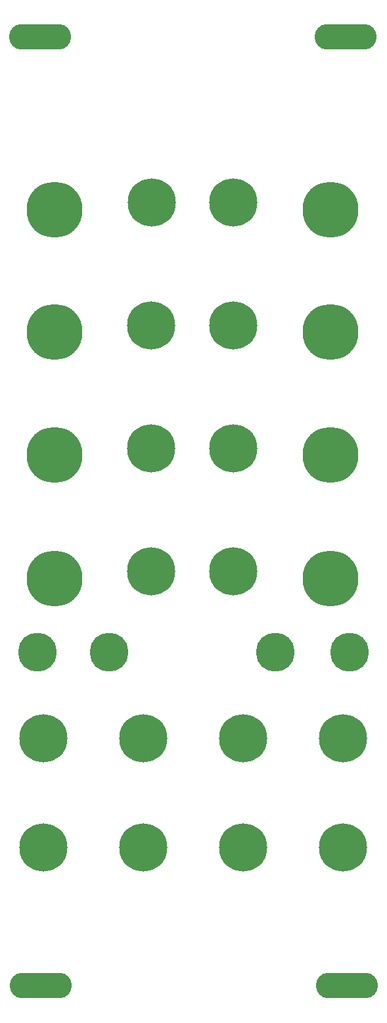
<source format=gts>
%TF.GenerationSoftware,KiCad,Pcbnew,(6.0.0-0)*%
%TF.CreationDate,2022-09-18T02:58:11-04:00*%
%TF.ProjectId,daisy_hardware_v1_PANEL_ONLY,64616973-795f-4686-9172-64776172655f,rev?*%
%TF.SameCoordinates,Original*%
%TF.FileFunction,Soldermask,Top*%
%TF.FilePolarity,Negative*%
%FSLAX46Y46*%
G04 Gerber Fmt 4.6, Leading zero omitted, Abs format (unit mm)*
G04 Created by KiCad (PCBNEW (6.0.0-0)) date 2022-09-18 02:58:11*
%MOMM*%
%LPD*%
G01*
G04 APERTURE LIST*
%ADD10C,6.200000*%
%ADD11O,8.000000X3.300000*%
%ADD12C,7.200000*%
%ADD13C,5.000000*%
G04 APERTURE END LIST*
D10*
%TO.C,REF\u002A\u002A*%
X159816800Y-322116000D03*
%TD*%
%TO.C,REF\u002A\u002A*%
X170383200Y-306291800D03*
%TD*%
D11*
%TO.C,REF\u002A\u002A*%
X145492800Y-253310000D03*
%TD*%
D12*
%TO.C,REF\u002A\u002A*%
X182880000Y-275507000D03*
%TD*%
%TO.C,REF\u002A\u002A*%
X182880000Y-323005000D03*
%TD*%
D10*
%TO.C,EOC*%
X184505600Y-357650600D03*
%TD*%
%TO.C,REF\u002A\u002A*%
X159842200Y-274618000D03*
%TD*%
%TO.C,END OF CYCLE*%
X158800800Y-357650600D03*
%TD*%
D11*
%TO.C,REF\u002A\u002A*%
X145592800Y-375481400D03*
%TD*%
D12*
%TO.C,REF\u002A\u002A*%
X147320000Y-291262000D03*
%TD*%
D13*
%TO.C, *%
X175800000Y-332530000D03*
%TD*%
D10*
%TO.C,REF\u002A\u002A*%
X170383200Y-274592600D03*
%TD*%
D12*
%TO.C,REF\u002A\u002A*%
X182880000Y-307130000D03*
%TD*%
D10*
%TO.C,REF\u002A\u002A*%
X159816800Y-290442200D03*
%TD*%
%TO.C,SYNC*%
X145923000Y-343579000D03*
%TD*%
%TO.C,RESET*%
X184505600Y-343579000D03*
%TD*%
%TO.C,REF\u002A\u002A*%
X170383200Y-322116000D03*
%TD*%
%TO.C,RESET*%
X158775400Y-343579000D03*
%TD*%
D13*
%TO.C, *%
X154400000Y-332530000D03*
%TD*%
D10*
%TO.C,REF\u002A\u002A*%
X159813333Y-306266400D03*
%TD*%
%TO.C,CV OUT*%
X145923000Y-357650600D03*
%TD*%
D12*
%TO.C,REF\u002A\u002A*%
X182880000Y-291255000D03*
%TD*%
D11*
%TO.C,REF\u002A\u002A*%
X184869000Y-253310000D03*
%TD*%
D13*
%TO.C,SLOW / FAST / ADSR*%
X185350000Y-332530000D03*
%TD*%
D12*
%TO.C,REF\u002A\u002A*%
X147320000Y-323012000D03*
%TD*%
D10*
%TO.C,SYNC*%
X171653200Y-343579000D03*
%TD*%
%TO.C,REF\u002A\u002A*%
X170383200Y-290442200D03*
%TD*%
%TO.C,CV OUT*%
X171653200Y-357650600D03*
%TD*%
D13*
%TO.C,SLOW / FAST / ADSR*%
X145100000Y-332500000D03*
%TD*%
D12*
%TO.C,REF\u002A\u002A*%
X147320000Y-275514000D03*
%TD*%
D11*
%TO.C,REF\u002A\u002A*%
X184969000Y-375481400D03*
%TD*%
D12*
%TO.C,REF\u002A\u002A*%
X147320000Y-307137000D03*
%TD*%
M02*

</source>
